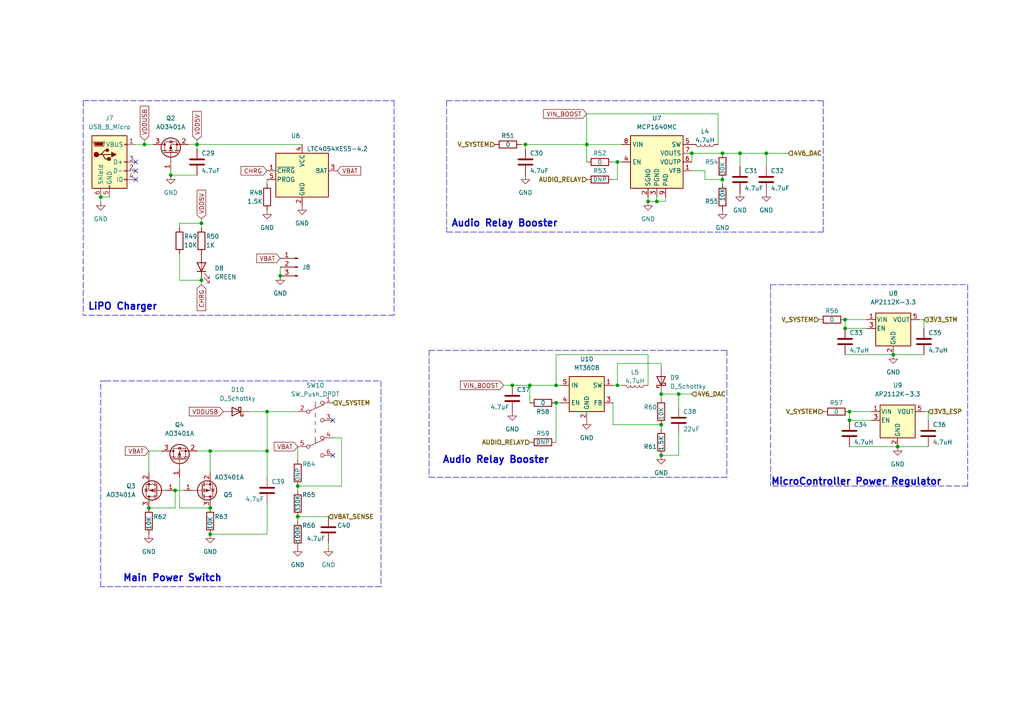
<source format=kicad_sch>
(kicad_sch (version 20211123) (generator eeschema)
  (paper "A4")
  (title_block (title "Power Regulators") (date "2023-02-02") (rev "P3 v2"))
  (lib_symbols
    (symbol "Battery_Management:LTC4054XES5-4.2" (pin_names (offset 0.254))
      (property "Reference" "U" (at -5.842 6.604 0))
      (property "Value" "LTC4054XES5-4.2" (at 1.524 6.604 0))
      (symbol "LTC4054XES5-4.2_0_1"
        (rectangle (start -7.62 5.08) (end 7.62 -7.62) (stroke (width 0.254)) (fill (type background)))
      )
      (symbol "LTC4054XES5-4.2_1_1"
        (pin open_collector line (at -10.16 0 0) (length 2.54) (name "~{CHRG}") (number "1"))
        (pin power_in line (at 0 -10.16 90) (length 2.54) (name "GND") (number "2"))
        (pin power_out line (at 10.16 0 180) (length 2.54) (name "BAT") (number "3"))
        (pin power_in line (at 0 7.62 270) (length 2.54) (name "VCC") (number "4"))
        (pin bidirectional line (at -10.16 -2.54 0) (length 2.54) (name "PROG") (number "5"))
      )
    )
    (symbol "Connector:Conn_01x03_Male" (pin_names (offset 1.016) hide)
      (property "Reference" "J" (at 0 5.08 0))
      (property "Value" "Conn_01x03_Male" (at 0 -5.08 0))
      (symbol "Conn_01x03_Male_1_1"
        (polyline (pts (xy 1.27 -2.54) (xy 0.8636 -2.54)) (stroke (width 0.1524)))
        (polyline (pts (xy 1.27 0) (xy 0.8636 0)) (stroke (width 0.1524)))
        (polyline (pts (xy 1.27 2.54) (xy 0.8636 2.54)) (stroke (width 0.1524)))
        (rectangle (start 0.8636 -2.413) (end 0 -2.667) (stroke (width 0.1524)) (fill (type outline)))
        (rectangle (start 0.8636 0.127) (end 0 -0.127) (stroke (width 0.1524)) (fill (type outline)))
        (rectangle (start 0.8636 2.667) (end 0 2.413) (stroke (width 0.1524)) (fill (type outline)))
        (pin passive line (at 5.08 2.54 180) (length 3.81) (name "Pin_1") (number "1"))
        (pin passive line (at 5.08 0 180) (length 3.81) (name "Pin_2") (number "2"))
        (pin passive line (at 5.08 -2.54 180) (length 3.81) (name "Pin_3") (number "3"))
      )
    )
    (symbol "Connector:USB_B_Micro" (pin_names (offset 1.016))
      (property "Reference" "J" (at -5.08 11.43 0))
      (property "Value" "USB_B_Micro" (at -5.08 8.89 0))
      (symbol "USB_B_Micro_0_1"
        (rectangle (start -5.08 -7.62) (end 5.08 7.62) (stroke (width 0.254)) (fill (type background)))
        (circle (center -3.81 2.159) (radius 0.635) (stroke (width 0.254)) (fill (type outline)))
        (circle (center -0.635 3.429) (radius 0.381) (stroke (width 0.254)) (fill (type outline)))
        (rectangle (start -0.127 -7.62) (end 0.127 -6.858))
        (polyline (pts (xy -1.905 2.159) (xy 0.635 2.159)) (stroke (width 0.254)))
        (polyline (pts (xy -3.175 2.159) (xy -2.54 2.159) (xy -1.27 3.429) (xy -0.635 3.429)) (stroke (width 0.254)))
        (polyline (pts (xy -2.54 2.159) (xy -1.905 2.159) (xy -1.27 0.889) (xy 0 0.889)) (stroke (width 0.254)))
        (polyline (pts (xy 0.635 2.794) (xy 0.635 1.524) (xy 1.905 2.159) (xy 0.635 2.794)) (stroke (width 0.254)) (fill (type outline)))
        (polyline (pts (xy -4.318 5.588) (xy -1.778 5.588) (xy -2.032 4.826) (xy -4.064 4.826) (xy -4.318 5.588)) (fill (type outline)))
        (polyline (pts (xy -4.699 5.842) (xy -4.699 5.588) (xy -4.445 4.826) (xy -4.445 4.572) (xy -1.651 4.572) (xy -1.651 4.826) (xy -1.397 5.588) (xy -1.397 5.842) (xy -4.699 5.842)))
        (rectangle (start 0.254 1.27) (end -0.508 0.508) (stroke (width 0.254)) (fill (type outline)))
        (rectangle (start 5.08 -5.207) (end 4.318 -4.953))
        (rectangle (start 5.08 -2.667) (end 4.318 -2.413))
        (rectangle (start 5.08 -0.127) (end 4.318 0.127))
        (rectangle (start 5.08 4.953) (end 4.318 5.207))
      )
      (symbol "USB_B_Micro_1_1"
        (pin power_out line (at 7.62 5.08 180) (length 2.54) (name "VBUS") (number "1"))
        (pin bidirectional line (at 7.62 -2.54 180) (length 2.54) (name "D-") (number "2"))
        (pin bidirectional line (at 7.62 0 180) (length 2.54) (name "D+") (number "3"))
        (pin passive line (at 7.62 -5.08 180) (length 2.54) (name "ID") (number "4"))
        (pin power_out line (at 0 -10.16 90) (length 2.54) (name "GND") (number "5"))
        (pin passive line (at -2.54 -10.16 90) (length 2.54) (name "Shield") (number "6"))
      )
    )
    (symbol "Device:C" (pin_numbers hide) (pin_names (offset 0.254))
      (property "Reference" "C" (at 0.635 2.54 0))
      (property "Value" "C" (at 0.635 -2.54 0))
      (symbol "C_0_1"
        (polyline (pts (xy -2.032 -0.762) (xy 2.032 -0.762)) (stroke (width 0.508)))
        (polyline (pts (xy -2.032 0.762) (xy 2.032 0.762)) (stroke (width 0.508)))
      )
      (symbol "C_1_1"
        (pin passive line (at 0 3.81 270) (length 2.794) (name "~") (number "1"))
        (pin passive line (at 0 -3.81 90) (length 2.794) (name "~") (number "2"))
      )
    )
    (symbol "Device:D_Schottky" (pin_numbers hide) (pin_names (offset 1.016) hide)
      (property "Reference" "D" (at 0 2.54 0))
      (property "Value" "D_Schottky" (at 0 -2.54 0))
      (symbol "D_Schottky_0_1"
        (polyline (pts (xy 1.27 0) (xy -1.27 0)))
        (polyline (pts (xy 1.27 1.27) (xy 1.27 -1.27) (xy -1.27 0) (xy 1.27 1.27)) (stroke (width 0.254)))
        (polyline (pts (xy -1.905 0.635) (xy -1.905 1.27) (xy -1.27 1.27) (xy -1.27 -1.27) (xy -0.635 -1.27) (xy -0.635 -0.635)) (stroke (width 0.254)))
      )
      (symbol "D_Schottky_1_1"
        (pin passive line (at -3.81 0 0) (length 2.54) (name "K") (number "1"))
        (pin passive line (at 3.81 0 180) (length 2.54) (name "A") (number "2"))
      )
    )
    (symbol "Device:L" (pin_numbers hide) (pin_names (offset 1.016) hide)
      (property "Reference" "L" (at -1.27 0 90))
      (property "Value" "L" (at 1.905 0 90))
      (symbol "L_0_1"
        (arc (start 0 -2.54) (mid 0.635 -1.905) (end 0 -1.27))
        (arc (start 0 -1.27) (mid 0.635 -0.635) (end 0 0))
        (arc (start 0 0) (mid 0.635 0.635) (end 0 1.27))
        (arc (start 0 1.27) (mid 0.635 1.905) (end 0 2.54))
      )
      (symbol "L_1_1"
        (pin passive line (at 0 3.81 270) (length 1.27) (name "1") (number "1"))
        (pin passive line (at 0 -3.81 90) (length 1.27) (name "2") (number "2"))
      )
    )
    (symbol "Device:LED" (pin_numbers hide) (pin_names (offset 1.016) hide)
      (property "Reference" "D" (at 0 2.54 0))
      (property "Value" "LED" (at 0 -2.54 0))
      (symbol "LED_0_1"
        (polyline (pts (xy -1.27 -1.27) (xy -1.27 1.27)) (stroke (width 0.254)))
        (polyline (pts (xy -1.27 0) (xy 1.27 0)))
        (polyline (pts (xy 1.27 -1.27) (xy 1.27 1.27) (xy -1.27 0) (xy 1.27 -1.27)) (stroke (width 0.254)))
        (polyline (pts (xy -3.048 -0.762) (xy -4.572 -2.286) (xy -3.81 -2.286) (xy -4.572 -2.286) (xy -4.572 -1.524)))
        (polyline (pts (xy -1.778 -0.762) (xy -3.302 -2.286) (xy -2.54 -2.286) (xy -3.302 -2.286) (xy -3.302 -1.524)))
      )
      (symbol "LED_1_1"
        (pin passive line (at -3.81 0 0) (length 2.54) (name "K") (number "1"))
        (pin passive line (at 3.81 0 180) (length 2.54) (name "A") (number "2"))
      )
    )
    (symbol "Device:R" (pin_numbers hide) (pin_names (offset 0))
      (property "Reference" "R" (at 2.032 0 90))
      (property "Value" "R" (at 0 0 90))
      (symbol "R_0_1"
        (rectangle (start -1.016 -2.54) (end 1.016 2.54) (stroke (width 0.254)))
      )
      (symbol "R_1_1"
        (pin passive line (at 0 3.81 270) (length 1.27) (name "~") (number "1"))
        (pin passive line (at 0 -3.81 90) (length 1.27) (name "~") (number "2"))
      )
    )
    (symbol "Regulator_Linear:AP2112K-3.3" (pin_names (offset 0.254))
      (property "Reference" "U" (at -5.08 5.715 0))
      (property "Value" "AP2112K-3.3" (at 0 5.715 0))
      (symbol "AP2112K-3.3_0_1"
        (rectangle (start -5.08 4.445) (end 5.08 -5.08) (stroke (width 0.254)) (fill (type background)))
      )
      (symbol "AP2112K-3.3_1_1"
        (pin power_in line (at -7.62 2.54 0) (length 2.54) (name "VIN") (number "1"))
        (pin power_in line (at 0 -7.62 90) (length 2.54) (name "GND") (number "2"))
        (pin input line (at -7.62 0 0) (length 2.54) (name "EN") (number "3"))
        (pin no_connect line (at 5.08 0 180) (length 2.54) hide (name "NC") (number "4"))
        (pin power_out line (at 7.62 2.54 180) (length 2.54) (name "VOUT") (number "5"))
      )
    )
    (symbol "Regulator_Switching:MCP1640MC"
      (property "Reference" "U" (at -7.62 6.35 0))
      (property "Value" "MCP1640MC" (at -1.27 6.35 0))
      (symbol "MCP1640MC_0_1"
        (rectangle (start -7.62 5.08) (end 7.62 -10.16) (stroke (width 0.254)) (fill (type background)))
      )
      (symbol "MCP1640MC_1_1"
        (pin input line (at 10.16 -5.08 180) (length 2.54) (name "VFB") (number "1"))
        (pin power_in line (at -2.54 -12.7 90) (length 2.54) (name "SGND") (number "2"))
        (pin power_in line (at 0 -12.7 90) (length 2.54) (name "PGND") (number "3"))
        (pin input line (at -10.16 -2.54 0) (length 2.54) (name "EN") (number "4"))
        (pin input line (at 10.16 2.54 180) (length 2.54) (name "SW") (number "5"))
        (pin power_out line (at 10.16 -2.54 180) (length 2.54) (name "VOUTP") (number "6"))
        (pin power_out line (at 10.16 0 180) (length 2.54) (name "VOUTS") (number "7"))
        (pin power_in line (at -10.16 2.54 0) (length 2.54) (name "VIN") (number "8"))
        (pin passive line (at 2.54 -12.7 90) (length 2.54) (name "PAD") (number "9"))
      )
    )
    (symbol "Regulator_Switching:MT3608"
      (property "Reference" "U" (at -2.54 8.89 0))
      (property "Value" "MT3608" (at -3.81 6.35 0))
      (symbol "MT3608_0_1"
        (rectangle (start -5.08 5.08) (end 5.08 -5.08) (stroke (width 0.254)) (fill (type background)))
      )
      (symbol "MT3608_1_1"
        (pin passive line (at 7.62 2.54 180) (length 2.54) (name "SW") (number "1"))
        (pin power_in line (at 0 -7.62 90) (length 2.54) (name "GND") (number "2"))
        (pin input line (at 7.62 -2.54 180) (length 2.54) (name "FB") (number "3"))
        (pin input line (at -7.62 -2.54 0) (length 2.54) (name "EN") (number "4"))
        (pin power_in line (at -7.62 2.54 0) (length 2.54) (name "IN") (number "5"))
        (pin no_connect line (at 5.08 0 180) (length 2.54) hide (name "NC") (number "6"))
      )
    )
    (symbol "Switch:SW_Push_DPDT" (pin_names (offset 0) hide)
      (property "Reference" "SW" (at 0 8.89 0))
      (property "Value" "SW_Push_DPDT" (at 0 -10.16 0))
      (symbol "SW_Push_DPDT_0_0"
        (circle (center -2.032 -5.08) (radius 0.508))
        (circle (center -2.032 5.08) (radius 0.508))
        (circle (center 2.032 -7.62) (radius 0.508))
        (circle (center 2.032 2.54) (radius 0.508))
      )
      (symbol "SW_Push_DPDT_0_1"
        (polyline (pts (xy -1.524 -4.826) (xy 2.54 -3.048)))
        (polyline (pts (xy -1.524 5.334) (xy 2.54 7.112)))
        (polyline (pts (xy 0 -2.286) (xy 0 -4.064)))
        (polyline (pts (xy 0 -1.016) (xy 0 0)))
        (polyline (pts (xy 0 1.27) (xy 0 2.286)))
        (polyline (pts (xy 0 3.556) (xy 0 4.572)))
        (polyline (pts (xy 0 7.874) (xy 0 6.096)))
        (circle (center 2.032 -2.54) (radius 0.508))
        (circle (center 2.032 7.62) (radius 0.508))
      )
      (symbol "SW_Push_DPDT_1_1"
        (pin passive line (at 5.08 7.62 180) (length 2.54) (name "A") (number "1"))
        (pin passive line (at -5.08 5.08 0) (length 2.54) (name "B") (number "2"))
        (pin passive line (at 5.08 2.54 180) (length 2.54) (name "C") (number "3"))
        (pin passive line (at 5.08 -2.54 180) (length 2.54) (name "A") (number "4"))
        (pin passive line (at -5.08 -5.08 0) (length 2.54) (name "B") (number "5"))
        (pin passive line (at 5.08 -7.62 180) (length 2.54) (name "C") (number "6"))
      )
    )
    (symbol "Transistor_FET:AO3401A" (pin_names hide)
      (property "Reference" "Q" (at 5.08 1.905 0))
      (property "Value" "AO3401A" (at 5.08 0 0))
      (symbol "AO3401A_0_1"
        (polyline (pts (xy 0.254 0) (xy -2.54 0)))
        (polyline (pts (xy 0.254 1.905) (xy 0.254 -1.905)) (stroke (width 0.254)))
        (polyline (pts (xy 0.762 -1.27) (xy 0.762 -2.286)) (stroke (width 0.254)))
        (polyline (pts (xy 0.762 0.508) (xy 0.762 -0.508)) (stroke (width 0.254)))
        (polyline (pts (xy 0.762 2.286) (xy 0.762 1.27)) (stroke (width 0.254)))
        (polyline (pts (xy 2.54 2.54) (xy 2.54 1.778)))
        (polyline (pts (xy 2.54 -2.54) (xy 2.54 0) (xy 0.762 0)))
        (polyline (pts (xy 0.762 1.778) (xy 3.302 1.778) (xy 3.302 -1.778) (xy 0.762 -1.778)))
        (polyline (pts (xy 2.286 0) (xy 1.27 0.381) (xy 1.27 -0.381) (xy 2.286 0)) (fill (type outline)))
        (polyline (pts (xy 2.794 -0.508) (xy 2.921 -0.381) (xy 3.683 -0.381) (xy 3.81 -0.254)))
        (polyline (pts (xy 3.302 -0.381) (xy 2.921 0.254) (xy 3.683 0.254) (xy 3.302 -0.381)))
        (circle (center 1.651 0) (radius 2.794) (stroke (width 0.254)))
        (circle (center 2.54 -1.778) (radius 0.254) (fill (type outline)))
        (circle (center 2.54 1.778) (radius 0.254) (fill (type outline)))
      )
      (symbol "AO3401A_1_1"
        (pin input line (at -5.08 0 0) (length 2.54) (name "G") (number "1"))
        (pin passive line (at 2.54 -5.08 90) (length 2.54) (name "S") (number "2"))
        (pin passive line (at 2.54 5.08 270) (length 2.54) (name "D") (number "3"))
      )
    )
    (symbol "power:GND" (power) (pin_names (offset 0))
      (property "Value" "GND" (at 0 -3.81 0))
      (symbol "GND_0_1"
        (polyline (pts (xy 0 0) (xy 0 -1.27) (xy 1.27 -1.27) (xy 0 -2.54) (xy -1.27 -1.27) (xy 0 -1.27)))
      )
      (symbol "GND_1_1"
        (pin power_in line (at 0 0 270) (length 0) hide (name "GND") (number "1"))
      )
    )
  )
  (junction (at 170.18 41.91))
  (junction (at 50.8 142.24))
  (junction (at 200.66 44.45))
  (junction (at 259.08 102.87))
  (junction (at 245.11 92.71))
  (junction (at 246.38 119.38))
  (junction (at 196.85 114.3))
  (junction (at 58.42 81.28))
  (junction (at 245.11 95.25))
  (junction (at 148.59 111.76))
  (junction (at 77.47 119.38))
  (junction (at 58.42 64.77))
  (junction (at 246.38 121.92))
  (junction (at 209.55 52.07))
  (junction (at 29.21 57.15))
  (junction (at 60.96 130.81))
  (junction (at 60.96 154.94))
  (junction (at 86.36 149.86))
  (junction (at 49.53 50.8))
  (junction (at 86.36 140.97))
  (junction (at 191.77 114.3))
  (junction (at 41.91 41.91))
  (junction (at 222.25 44.45))
  (junction (at 209.55 44.45))
  (junction (at 43.18 147.32))
  (junction (at 191.77 123.19))
  (junction (at 60.96 147.32))
  (junction (at 161.29 111.76))
  (junction (at 260.35 129.54))
  (junction (at 179.07 46.99))
  (junction (at 77.47 130.81))
  (junction (at 187.96 58.42))
  (junction (at 191.77 132.08))
  (junction (at 179.07 111.76))
  (junction (at 214.63 44.45))
  (junction (at 152.4 41.91))
  (junction (at 153.67 111.76))
  (junction (at 57.15 41.91))
  (junction (at 161.29 116.84))
  (junction (at 81.28 80.01))
  (junction (at 190.5 58.42))
  (no_connect (at 39.37 46.99))
  (no_connect (at 39.37 52.07))
  (no_connect (at 39.37 49.53))
  (no_connect (at 96.52 132.08))
  (no_connect (at 96.52 121.92))
  (wire (pts (xy 77.47 154.94) (xy 60.96 154.94)))
  (polyline (pts (xy 24.13 29.21) (xy 114.3 29.21)))
  (wire (pts (xy 99.06 127) (xy 99.06 140.97)))
  (wire (pts (xy 57.15 50.8) (xy 49.53 50.8)))
  (wire (pts (xy 214.63 48.26) (xy 214.63 44.45)))
  (wire (pts (xy 77.47 146.05) (xy 77.47 154.94)))
  (polyline (pts (xy 114.3 29.21) (xy 114.3 91.44)))
  (wire (pts (xy 196.85 125.73) (xy 196.85 132.08)))
  (wire (pts (xy 96.52 127) (xy 99.06 127)))
  (wire (pts (xy 246.38 121.92) (xy 252.73 121.92)))
  (wire (pts (xy 196.85 114.3) (xy 200.66 114.3)))
  (wire (pts (xy 179.07 111.76) (xy 177.8 111.76)))
  (polyline (pts (xy 223.52 82.55) (xy 223.52 140.97)))
  (wire (pts (xy 177.8 52.07) (xy 179.07 52.07)))
  (wire (pts (xy 29.21 57.15) (xy 29.21 58.42)))
  (wire (pts (xy 52.07 81.28) (xy 58.42 81.28)))
  (wire (pts (xy 52.07 73.66) (xy 52.07 81.28)))
  (polyline (pts (xy 29.21 110.49) (xy 30.48 110.49)))
  (polyline (pts (xy 280.67 82.55) (xy 280.67 140.97)))
  (wire (pts (xy 179.07 46.99) (xy 180.34 46.99)))
  (wire (pts (xy 151.13 41.91) (xy 152.4 41.91)))
  (wire (pts (xy 86.36 149.86) (xy 95.25 149.86)))
  (wire (pts (xy 180.34 111.76) (xy 179.07 111.76)))
  (wire (pts (xy 259.08 102.87) (xy 267.97 102.87)))
  (wire (pts (xy 60.96 130.81) (xy 77.47 130.81)))
  (wire (pts (xy 245.11 95.25) (xy 245.11 92.71)))
  (polyline (pts (xy 210.82 101.6) (xy 210.82 138.43)))
  (polyline (pts (xy 223.52 82.55) (xy 280.67 82.55)))
  (wire (pts (xy 60.96 130.81) (xy 60.96 137.16)))
  (polyline (pts (xy 110.49 170.18) (xy 29.21 170.18)))
  (wire (pts (xy 52.07 66.04) (xy 52.07 64.77)))
  (wire (pts (xy 170.18 41.91) (xy 170.18 46.99)))
  (wire (pts (xy 77.47 130.81) (xy 77.47 138.43)))
  (wire (pts (xy 72.39 119.38) (xy 77.47 119.38)))
  (wire (pts (xy 58.42 63.5) (xy 58.42 64.77)))
  (wire (pts (xy 41.91 40.64) (xy 41.91 41.91)))
  (polyline (pts (xy 24.13 29.21) (xy 24.13 91.44)))
  (wire (pts (xy 245.11 102.87) (xy 259.08 102.87)))
  (wire (pts (xy 148.59 111.76) (xy 153.67 111.76)))
  (polyline (pts (xy 110.49 110.49) (xy 110.49 170.18)))
  (wire (pts (xy 49.53 50.8) (xy 49.53 49.53)))
  (wire (pts (xy 209.55 52.07) (xy 209.55 53.34)))
  (wire (pts (xy 58.42 81.28) (xy 58.42 82.55)))
  (polyline (pts (xy 210.82 138.43) (xy 124.46 138.43)))
  (wire (pts (xy 52.07 147.32) (xy 60.96 147.32)))
  (wire (pts (xy 58.42 64.77) (xy 58.42 66.04)))
  (polyline (pts (xy 280.67 140.97) (xy 223.52 140.97)))
  (wire (pts (xy 200.66 44.45) (xy 200.66 46.99)))
  (wire (pts (xy 179.07 52.07) (xy 179.07 46.99)))
  (polyline (pts (xy 114.3 91.44) (xy 24.13 91.44)))
  (wire (pts (xy 39.37 41.91) (xy 41.91 41.91)))
  (wire (pts (xy 153.67 111.76) (xy 153.67 116.84)))
  (wire (pts (xy 187.96 111.76) (xy 187.96 102.87)))
  (wire (pts (xy 208.28 33.02) (xy 170.18 33.02)))
  (wire (pts (xy 50.8 142.24) (xy 50.8 147.32)))
  (wire (pts (xy 222.25 44.45) (xy 222.25 48.26)))
  (wire (pts (xy 177.8 123.19) (xy 191.77 123.19)))
  (polyline (pts (xy 238.76 67.31) (xy 129.54 67.31)))
  (polyline (pts (xy 129.54 29.21) (xy 129.54 67.31)))
  (wire (pts (xy 246.38 121.92) (xy 246.38 119.38)))
  (wire (pts (xy 81.28 77.47) (xy 81.28 80.01)))
  (wire (pts (xy 57.15 40.64) (xy 57.15 41.91)))
  (wire (pts (xy 77.47 119.38) (xy 77.47 130.81)))
  (wire (pts (xy 86.36 140.97) (xy 86.36 142.24)))
  (wire (pts (xy 245.11 95.25) (xy 251.46 95.25)))
  (polyline (pts (xy 124.46 101.6) (xy 124.46 138.43)))
  (wire (pts (xy 161.29 116.84) (xy 162.56 116.84)))
  (wire (pts (xy 52.07 64.77) (xy 58.42 64.77)))
  (wire (pts (xy 193.04 57.15) (xy 193.04 58.42)))
  (wire (pts (xy 177.8 116.84) (xy 177.8 123.19)))
  (wire (pts (xy 152.4 41.91) (xy 170.18 41.91)))
  (wire (pts (xy 52.07 138.43) (xy 52.07 147.32)))
  (polyline (pts (xy 238.76 29.21) (xy 238.76 67.31)))
  (wire (pts (xy 209.55 44.45) (xy 214.63 44.45)))
  (wire (pts (xy 180.34 41.91) (xy 170.18 41.91)))
  (wire (pts (xy 170.18 33.02) (xy 170.18 41.91)))
  (wire (pts (xy 187.96 58.42) (xy 190.5 58.42)))
  (wire (pts (xy 246.38 129.54) (xy 260.35 129.54)))
  (wire (pts (xy 29.21 57.15) (xy 31.75 57.15)))
  (wire (pts (xy 57.15 41.91) (xy 57.15 43.18)))
  (wire (pts (xy 43.18 137.16) (xy 43.18 130.81)))
  (wire (pts (xy 191.77 123.19) (xy 191.77 124.46)))
  (wire (pts (xy 204.47 49.53) (xy 204.47 52.07)))
  (wire (pts (xy 190.5 57.15) (xy 190.5 58.42)))
  (polyline (pts (xy 129.54 29.21) (xy 238.76 29.21)))
  (wire (pts (xy 260.35 129.54) (xy 269.24 129.54)))
  (wire (pts (xy 161.29 102.87) (xy 161.29 111.76)))
  (wire (pts (xy 152.4 41.91) (xy 152.4 43.18)))
  (wire (pts (xy 161.29 116.84) (xy 161.29 128.27)))
  (wire (pts (xy 99.06 140.97) (xy 86.36 140.97)))
  (wire (pts (xy 200.66 49.53) (xy 204.47 49.53)))
  (wire (pts (xy 50.8 142.24) (xy 53.34 142.24)))
  (wire (pts (xy 246.38 119.38) (xy 252.73 119.38)))
  (wire (pts (xy 200.66 44.45) (xy 209.55 44.45)))
  (polyline (pts (xy 30.48 110.49) (xy 110.49 110.49)))
  (polyline (pts (xy 124.46 101.6) (xy 210.82 101.6)))
  (wire (pts (xy 95.25 158.75) (xy 95.25 157.48)))
  (wire (pts (xy 191.77 115.57) (xy 191.77 114.3)))
  (wire (pts (xy 267.97 92.71) (xy 266.7 92.71)))
  (wire (pts (xy 43.18 130.81) (xy 46.99 130.81)))
  (wire (pts (xy 267.97 92.71) (xy 267.97 95.25)))
  (wire (pts (xy 191.77 105.41) (xy 191.77 106.68)))
  (wire (pts (xy 146.05 111.76) (xy 148.59 111.76)))
  (wire (pts (xy 54.61 41.91) (xy 57.15 41.91)))
  (wire (pts (xy 222.25 44.45) (xy 228.6 44.45)))
  (wire (pts (xy 179.07 105.41) (xy 191.77 105.41)))
  (wire (pts (xy 57.15 41.91) (xy 87.63 41.91)))
  (wire (pts (xy 153.67 111.76) (xy 161.29 111.76)))
  (polyline (pts (xy 29.21 170.18) (xy 29.21 110.49)))
  (wire (pts (xy 269.24 119.38) (xy 267.97 119.38)))
  (wire (pts (xy 187.96 57.15) (xy 187.96 58.42)))
  (wire (pts (xy 214.63 44.45) (xy 222.25 44.45)))
  (wire (pts (xy 193.04 58.42) (xy 190.5 58.42)))
  (wire (pts (xy 196.85 132.08) (xy 191.77 132.08)))
  (wire (pts (xy 86.36 149.86) (xy 86.36 151.13)))
  (wire (pts (xy 187.96 102.87) (xy 161.29 102.87)))
  (wire (pts (xy 245.11 92.71) (xy 251.46 92.71)))
  (wire (pts (xy 177.8 46.99) (xy 179.07 46.99)))
  (wire (pts (xy 77.47 119.38) (xy 86.36 119.38)))
  (wire (pts (xy 50.8 147.32) (xy 43.18 147.32)))
  (wire (pts (xy 179.07 111.76) (xy 179.07 105.41)))
  (wire (pts (xy 208.28 41.91) (xy 208.28 33.02)))
  (wire (pts (xy 196.85 114.3) (xy 196.85 118.11)))
  (wire (pts (xy 41.91 41.91) (xy 44.45 41.91)))
  (wire (pts (xy 161.29 111.76) (xy 162.56 111.76)))
  (wire (pts (xy 204.47 52.07) (xy 209.55 52.07)))
  (wire (pts (xy 191.77 114.3) (xy 196.85 114.3)))
  (wire (pts (xy 77.47 52.07) (xy 77.47 53.34)))
  (wire (pts (xy 57.15 130.81) (xy 60.96 130.81)))
  (wire (pts (xy 269.24 119.38) (xy 269.24 121.92)))
  (wire (pts (xy 86.36 129.54) (xy 86.36 133.35)))
  (text "Main Power Switch" (at 35.56 168.91 0) (effects (font (size 2 2) bold) (justify left bottom)))
  (text "Audio Relay Booster\n" (at 130.81 66.04 0) (effects (font (size 2 2) bold) (justify left bottom)))
  (text "Audio Relay Booster\n" (at 128.27 134.62 0) (effects (font (size 2 2) bold) (justify left bottom)))
  (text "MicroController Power Regulator" (at 223.52 140.97 0) (effects (font (size 2 2) bold) (justify left bottom)))
  (text "LiPO Charger\n" (at 25.4 90.17 0) (effects (font (size 2 2) bold) (justify left bottom)))
  (global_label "VIN_BOOST" (shape input) (at 170.18 33.02 180) (property "Intersheet References" "${INTERSHEET_REFS}" (effects hide)))
  (global_label "CHRG" (shape input) (at 58.42 82.55 270) (property "Intersheet References" "${INTERSHEET_REFS}" (effects hide)))
  (global_label "VDD5V" (shape input) (at 57.15 40.64 90) (property "Intersheet References" "${INTERSHEET_REFS}" (effects hide)))
  (global_label "VDD5V" (shape input) (at 58.42 63.5 90) (property "Intersheet References" "${INTERSHEET_REFS}" (effects hide)))
  (global_label "VDDUSB" (shape input) (at 41.91 40.64 90) (property "Intersheet References" "${INTERSHEET_REFS}" (effects hide)))
  (global_label "VBAT" (shape input) (at 81.28 74.93 180) (property "Intersheet References" "${INTERSHEET_REFS}" (effects hide)))
  (global_label "VBAT" (shape input) (at 86.36 129.54 180) (property "Intersheet References" "${INTERSHEET_REFS}" (effects hide)))
  (global_label "VBAT" (shape input) (at 43.18 130.81 180) (property "Intersheet References" "${INTERSHEET_REFS}" (effects hide)))
  (global_label "VBAT" (shape input) (at 97.79 49.53 0) (property "Intersheet References" "${INTERSHEET_REFS}" (effects hide)))
  (global_label "CHRG" (shape input) (at 77.47 49.53 180) (property "Intersheet References" "${INTERSHEET_REFS}" (effects hide)))
  (global_label "VIN_BOOST" (shape input) (at 146.05 111.76 180) (property "Intersheet References" "${INTERSHEET_REFS}" (effects hide)))
  (global_label "VDDUSB" (shape input) (at 64.77 119.38 180) (property "Intersheet References" "${INTERSHEET_REFS}" (effects hide)))
  (hierarchical_label "VBAT_SENSE" (shape input) (at 95.25 149.86 0) (effects (font bold)))
  (hierarchical_label "4V6_DAC" (shape input) (at 228.6 44.45 0) (effects (font bold)))
  (hierarchical_label "3V3_STM" (shape input) (at 267.97 92.71 0) (effects (font bold)))
  (hierarchical_label "AUDIO_RELAY" (shape input) (at 170.18 52.07 180) (effects (font bold)))
  (hierarchical_label "V_SYSTEM" (shape input) (at 237.49 92.71 180) (effects (font bold)))
  (hierarchical_label "AUDIO_RELAY" (shape input) (at 153.67 128.27 180) (effects (font bold)))
  (hierarchical_label "V_SYSTEM" (shape input) (at 143.51 41.91 180) (effects (font bold)))
  (hierarchical_label "3V3_ESP" (shape input) (at 269.24 119.38 0) (effects (font bold)))
  (hierarchical_label "V_SYSTEM" (shape input) (at 238.76 119.38 180) (effects (font bold)))
  (hierarchical_label "V_SYSTEM" (shape input) (at 96.52 116.84 0) (effects (font bold)))
  (hierarchical_label "4V6_DAC" (shape input) (at 200.66 114.3 0) (effects (font bold)))
  (symbol (lib_id "Device:R") (at 86.36 146.05 0) (unit 1)
    (property "Reference" "R65" (at 87.63 143.51 0) (effects (justify left)))
    (property "Value" "330K" (at 86.36 148.59 90) (effects (justify left)))
  )
  (symbol (lib_id "power:GND") (at 86.36 158.75 0) (unit 1)
    (property "Reference" "#PWR0102" (effects hide))
    (property "Value" "GND" (at 86.36 163.83 0))
  )
  (symbol (lib_id "Device:C") (at 95.25 153.67 0) (unit 1)
    (property "Reference" "C40" (at 97.79 152.4 0) (effects (justify left)))
    (property "Value" "4.7uF" (at 88.9 156.21 0) (effects (justify left)))
  )
  (symbol (lib_id "Device:C") (at 77.47 142.24 0) (unit 1)
    (property "Reference" "C39" (at 78.74 139.7 0) (effects (justify left)))
    (property "Value" "4.7uF" (at 71.12 144.78 0) (effects (justify left)))
  )
  (symbol (lib_id "Device:C") (at 152.4 46.99 0) (unit 1)
    (property "Reference" "C30" (at 153.67 44.45 0) (effects (justify left)))
    (property "Value" "4.7uF" (at 153.67 49.53 0) (effects (justify left)))
  )
  (symbol (lib_id "power:GND") (at 214.63 55.88 0) (unit 1)
    (property "Reference" "#PWR049" (effects hide))
    (property "Value" "GND" (at 214.63 60.96 0))
  )
  (symbol (lib_id "power:GND") (at 260.35 129.54 0) (unit 1)
    (property "Reference" "#PWR052" (effects hide))
    (property "Value" "GND" (at 260.35 134.62 0))
  )
  (symbol (lib_id "Regulator_Linear:AP2112K-3.3") (at 259.08 95.25 0) (unit 1)
    (property "Reference" "U8" (at 259.08 85.09 0))
    (property "Value" "AP2112K-3.3" (at 259.08 87.63 0))
    (property "Footprint" "Package_TO_SOT_SMD:SOT-23-5" (effects hide))
    (property "Datasheet" "https://www.diodes.com/assets/Datasheets/AP2112.pdf" (effects hide))
  )
  (symbol (lib_id "Device:R") (at 191.77 119.38 0) (unit 1)
    (property "Reference" "R60" (at 186.69 118.11 0) (effects (justify left)))
    (property "Value" "10K" (at 191.77 121.92 90) (effects (justify left)))
  )
  (symbol (lib_id "Device:C") (at 148.59 115.57 0) (unit 1)
    (property "Reference" "C37" (at 149.86 113.03 0) (effects (justify left)))
    (property "Value" "4.7uF" (at 142.24 118.11 0) (effects (justify left)))
  )
  (symbol (lib_id "Device:C") (at 246.38 125.73 0) (unit 1)
    (property "Reference" "C34" (at 247.65 123.19 0) (effects (justify left)))
    (property "Value" "4.7uH" (at 247.65 128.27 0) (effects (justify left)))
  )
  (symbol (lib_id "Device:R") (at 58.42 69.85 0) (unit 1)
    (property "Reference" "R50" (at 59.69 68.58 0) (effects (justify left)))
    (property "Value" "1K" (at 59.69 71.12 0) (effects (justify left)))
  )
  (symbol (lib_id "power:GND") (at 87.63 59.69 0) (mirror y) (unit 1)
    (property "Reference" "#PWR044" (effects hide))
    (property "Value" "GND" (at 87.63 64.77 0))
  )
  (symbol (lib_id "Device:R") (at 157.48 128.27 90) (unit 1)
    (property "Reference" "R59" (at 157.48 125.73 90))
    (property "Value" "DNP" (at 157.48 128.27 90))
  )
  (symbol (lib_id "Battery_Management:LTC4054XES5-4.2") (at 87.63 49.53 0) (unit 1)
    (property "Reference" "U6" (at 87.1094 39.37 0) (effects (justify right)))
    (property "Value" "LTC4054XES5-4.2" (at 106.68 43.18 0) (effects (justify right)))
    (property "Footprint" "Package_TO_SOT_SMD:TSOT-23-5" (effects hide))
    (property "Datasheet" "https://www.analog.com/media/en/technical-documentation/data-sheets/405442xf.pdf" (effects hide))
  )
  (symbol (lib_id "power:GND") (at 81.28 80.01 0) (unit 1)
    (property "Reference" "#PWR045" (effects hide))
    (property "Value" "GND" (at 81.28 85.09 0))
  )
  (symbol (lib_id "Device:R") (at 209.55 48.26 0) (unit 1)
    (property "Reference" "R54" (at 204.47 46.99 0) (effects (justify left)))
    (property "Value" "30K" (at 209.55 50.8 90) (effects (justify left)))
  )
  (symbol (lib_id "Device:R") (at 209.55 57.15 0) (unit 1)
    (property "Reference" "R55" (at 204.47 58.42 0) (effects (justify left)))
    (property "Value" "10K" (at 209.55 58.42 90) (effects (justify left)))
  )
  (symbol (lib_id "Device:C") (at 269.24 125.73 0) (unit 1)
    (property "Reference" "C36" (at 270.51 123.19 0) (effects (justify left)))
    (property "Value" "4.7uH" (at 270.51 128.27 0) (effects (justify left)))
  )
  (symbol (lib_id "power:GND") (at 191.77 132.08 0) (unit 1)
    (property "Reference" "#PWR054" (effects hide))
    (property "Value" "GND" (at 191.77 137.16 0))
  )
  (symbol (lib_id "Device:C") (at 214.63 52.07 0) (unit 1)
    (property "Reference" "C31" (at 215.9 49.53 0) (effects (justify left)))
    (property "Value" "4.7uF" (at 215.9 54.61 0) (effects (justify left)))
  )
  (symbol (lib_id "Device:R") (at 52.07 69.85 0) (unit 1)
    (property "Reference" "R49" (at 53.34 68.58 0) (effects (justify left)))
    (property "Value" "10K" (at 53.34 71.12 0) (effects (justify left)))
  )
  (symbol (lib_id "Transistor_FET:AO3401A") (at 58.42 142.24 0) (mirror x) (unit 1)
    (property "Reference" "Q5" (at 64.77 143.5101 0) (effects (justify left)))
    (property "Value" "AO3401A" (at 62.23 138.43 0) (effects (justify left)))
    (property "Footprint" "Package_TO_SOT_SMD:SOT-23" (effects hide))
    (property "Datasheet" "http://www.aosmd.com/pdfs/datasheet/AO3401A.pdf" (effects hide))
  )
  (symbol (lib_id "Device:R") (at 147.32 41.91 90) (unit 1)
    (property "Reference" "R51" (at 147.32 39.37 90))
    (property "Value" "0" (at 147.32 41.91 90))
  )
  (symbol (lib_id "power:GND") (at 95.25 158.75 0) (unit 1)
    (property "Reference" "#PWR0101" (effects hide))
    (property "Value" "GND" (at 95.25 163.83 0))
  )
  (symbol (lib_id "power:GND") (at 170.18 121.92 0) (unit 1)
    (property "Reference" "#PWR0103" (effects hide))
    (property "Value" "GND" (at 170.18 127 0))
  )
  (symbol (lib_id "power:GND") (at 29.21 58.42 0) (unit 1)
    (property "Reference" "#PWR041" (effects hide))
    (property "Value" "GND" (at 29.21 63.5 0))
  )
  (symbol (lib_id "Device:R") (at 173.99 46.99 90) (unit 1)
    (property "Reference" "R52" (at 173.99 44.45 90))
    (property "Value" "0" (at 173.99 46.99 90))
  )
  (symbol (lib_id "Regulator_Linear:AP2112K-3.3") (at 260.35 121.92 0) (unit 1)
    (property "Reference" "U9" (at 260.35 111.76 0))
    (property "Value" "AP2112K-3.3" (at 260.35 114.3 0))
    (property "Footprint" "Package_TO_SOT_SMD:SOT-23-5" (effects hide))
    (property "Datasheet" "https://www.diodes.com/assets/Datasheets/AP2112.pdf" (effects hide))
  )
  (symbol (lib_id "Device:R") (at 86.36 154.94 0) (unit 1)
    (property "Reference" "R66" (at 87.63 152.4 0) (effects (justify left)))
    (property "Value" "100K" (at 86.36 157.48 90) (effects (justify left)))
  )
  (symbol (lib_id "Device:C") (at 196.85 121.92 0) (unit 1)
    (property "Reference" "C38" (at 198.12 119.38 0) (effects (justify left)))
    (property "Value" "22uF" (at 198.12 124.46 0) (effects (justify left)))
  )
  (symbol (lib_id "Transistor_FET:AO3401A") (at 45.72 142.24 180) (unit 1)
    (property "Reference" "Q3" (at 39.37 140.9699 0) (effects (justify left)))
    (property "Value" "AO3401A" (at 39.37 143.5099 0) (effects (justify left)))
    (property "Footprint" "Package_TO_SOT_SMD:SOT-23" (effects hide))
    (property "Datasheet" "http://www.aosmd.com/pdfs/datasheet/AO3401A.pdf" (effects hide))
  )
  (symbol (lib_id "power:GND") (at 43.18 154.94 0) (unit 1)
    (property "Reference" "#PWR055" (effects hide))
    (property "Value" "GND" (at 43.18 160.02 0))
  )
  (symbol (lib_id "Device:D_Schottky") (at 191.77 110.49 90) (unit 1)
    (property "Reference" "D9" (at 194.31 109.5374 90) (effects (justify right)))
    (property "Value" "D_Schottky" (at 194.31 112.0774 90) (effects (justify right)))
  )
  (symbol (lib_id "Device:D_Schottky") (at 68.58 119.38 180) (unit 1)
    (property "Reference" "D10" (at 68.8975 113.03 0))
    (property "Value" "D_Schottky" (at 68.8975 115.57 0))
  )
  (symbol (lib_id "Device:C") (at 57.15 46.99 0) (unit 1)
    (property "Reference" "C29" (at 58.42 44.45 0) (effects (justify left)))
    (property "Value" "4.7uF" (at 58.42 49.53 0) (effects (justify left)))
  )
  (symbol (lib_id "Transistor_FET:AO3401A") (at 49.53 44.45 90) (unit 1)
    (property "Reference" "Q2" (at 49.53 34.29 90))
    (property "Value" "AO3401A" (at 49.53 36.83 90))
    (property "Footprint" "Package_TO_SOT_SMD:SOT-23" (effects hide))
    (property "Datasheet" "http://www.aosmd.com/pdfs/datasheet/AO3401A.pdf" (effects hide))
  )
  (symbol (lib_id "power:GND") (at 60.96 154.94 0) (unit 1)
    (property "Reference" "#PWR056" (effects hide))
    (property "Value" "GND" (at 60.96 160.02 0))
  )
  (symbol (lib_id "Device:LED") (at 58.42 77.47 90) (unit 1)
    (property "Reference" "D8" (at 62.23 77.7874 90) (effects (justify right)))
    (property "Value" "GREEN" (at 62.23 80.3274 90) (effects (justify right)))
  )
  (symbol (lib_id "Device:L") (at 184.15 111.76 270) (unit 1)
    (property "Reference" "L5" (at 184.15 107.95 90))
    (property "Value" "4.7uH" (at 184.15 110.49 90))
  )
  (symbol (lib_id "power:GND") (at 49.53 50.8 0) (unit 1)
    (property "Reference" "#PWR042" (effects hide))
    (property "Value" "GND" (at 49.53 55.88 0))
  )
  (symbol (lib_id "Device:R") (at 86.36 137.16 0) (unit 1)
    (property "Reference" "R64" (at 87.63 134.62 0) (effects (justify left)))
    (property "Value" "DNP" (at 86.36 139.7 90) (effects (justify left)))
  )
  (symbol (lib_id "Connector:USB_B_Micro") (at 31.75 46.99 0) (unit 1)
    (property "Reference" "J7" (at 31.75 34.29 0))
    (property "Value" "USB_B_Micro" (at 31.75 36.83 0))
  )
  (symbol (lib_id "Device:R") (at 241.3 92.71 90) (unit 1)
    (property "Reference" "R56" (at 241.3 90.17 90))
    (property "Value" "0" (at 241.3 92.71 90))
  )
  (symbol (lib_id "Device:R") (at 191.77 128.27 0) (unit 1)
    (property "Reference" "R61" (at 186.69 129.54 0) (effects (justify left)))
    (property "Value" "1.5K" (at 191.77 130.81 90) (effects (justify left)))
  )
  (symbol (lib_id "Device:R") (at 60.96 151.13 0) (unit 1)
    (property "Reference" "R63" (at 62.23 149.86 0) (effects (justify left)))
    (property "Value" "10K" (at 60.96 153.67 90) (effects (justify left)))
  )
  (symbol (lib_id "power:GND") (at 77.47 60.96 0) (mirror y) (unit 1)
    (property "Reference" "#PWR043" (effects hide))
    (property "Value" "GND" (at 77.47 66.04 0))
  )
  (symbol (lib_id "power:GND") (at 222.25 55.88 0) (unit 1)
    (property "Reference" "#PWR050" (effects hide))
    (property "Value" "GND" (at 222.25 60.96 0))
  )
  (symbol (lib_id "power:GND") (at 259.08 102.87 0) (unit 1)
    (property "Reference" "#PWR051" (effects hide))
    (property "Value" "GND" (at 259.08 107.95 0))
  )
  (symbol (lib_id "Device:R") (at 43.18 151.13 0) (unit 1)
    (property "Reference" "R62" (at 44.45 149.86 0) (effects (justify left)))
    (property "Value" "10K" (at 43.18 153.67 90) (effects (justify left)))
  )
  (symbol (lib_id "Transistor_FET:AO3401A") (at 52.07 133.35 90) (unit 1)
    (property "Reference" "Q4" (at 52.07 123.19 90))
    (property "Value" "AO3401A" (at 52.07 125.73 90))
    (property "Footprint" "Package_TO_SOT_SMD:SOT-23" (effects hide))
    (property "Datasheet" "http://www.aosmd.com/pdfs/datasheet/AO3401A.pdf" (effects hide))
  )
  (symbol (lib_id "power:GND") (at 148.59 119.38 0) (unit 1)
    (property "Reference" "#PWR053" (effects hide))
    (property "Value" "GND" (at 148.59 124.46 0))
  )
  (symbol (lib_id "Regulator_Switching:MCP1640MC") (at 190.5 44.45 0) (unit 1)
    (property "Reference" "U7" (at 190.5 34.29 0))
    (property "Value" "MCP1640MC" (at 190.5 36.83 0))
    (property "Footprint" "Package_DFN_QFN:DFN-8-1EP_3x2mm_P0.5mm_EP1.75x1.45mm" (effects hide))
    (property "Datasheet" "http://ww1.microchip.com/downloads/en/DeviceDoc/20002234D.pdf" (effects hide))
  )
  (symbol (lib_id "Device:R") (at 173.99 52.07 90) (unit 1)
    (property "Reference" "R53" (at 173.99 49.53 90))
    (property "Value" "DNP" (at 173.99 52.07 90))
  )
  (symbol (lib_id "Regulator_Switching:MT3608") (at 170.18 114.3 0) (unit 1)
    (property "Reference" "U10" (at 170.18 104.14 0))
    (property "Value" "MT3608" (at 170.18 106.68 0))
    (property "Footprint" "Package_TO_SOT_SMD:SOT-23-6" (effects hide))
    (property "Datasheet" "https://www.olimex.com/Products/Breadboarding/BB-PWR-3608/resources/MT3608.pdf" (effects hide))
  )
  (symbol (lib_id "Device:R") (at 157.48 116.84 90) (unit 1)
    (property "Reference" "R58" (at 157.48 119.38 90))
    (property "Value" "0" (at 157.48 116.84 90))
  )
  (symbol (lib_id "Switch:SW_Push_DPDT") (at 91.44 124.46 0) (unit 1)
    (property "Reference" "SW10" (at 91.44 111.76 0))
    (property "Value" "SW_Push_DPDT" (at 91.44 114.3 0))
  )
  (symbol (lib_id "power:GND") (at 209.55 60.96 0) (unit 1)
    (property "Reference" "#PWR048" (effects hide))
    (property "Value" "GND" (at 209.55 66.04 0))
  )
  (symbol (lib_id "Device:R") (at 242.57 119.38 90) (unit 1)
    (property "Reference" "R57" (at 242.57 116.84 90))
    (property "Value" "0" (at 242.57 119.38 90))
  )
  (symbol (lib_id "Connector:Conn_01x03_Male") (at 86.36 77.47 0) (mirror y) (unit 1)
    (property "Reference" "J8" (at 87.63 77.4699 0) (effects (justify right)))
    (property "Value" "Conn_01x03_Male" (effects hide))
  )
  (symbol (lib_id "Device:R") (at 77.47 57.15 0) (mirror y) (unit 1)
    (property "Reference" "R48" (at 76.2 55.88 0) (effects (justify left)))
    (property "Value" "1.5K" (at 76.2 58.42 0) (effects (justify left)))
  )
  (symbol (lib_id "Device:C") (at 267.97 99.06 0) (unit 1)
    (property "Reference" "C35" (at 269.24 96.52 0) (effects (justify left)))
    (property "Value" "4.7uH" (at 269.24 101.6 0) (effects (justify left)))
  )
  (symbol (lib_id "Device:C") (at 245.11 99.06 0) (unit 1)
    (property "Reference" "C33" (at 246.38 96.52 0) (effects (justify left)))
    (property "Value" "4.7uH" (at 246.38 101.6 0) (effects (justify left)))
  )
  (symbol (lib_id "power:GND") (at 152.4 50.8 0) (unit 1)
    (property "Reference" "#PWR046" (effects hide))
    (property "Value" "GND" (at 152.4 55.88 0))
  )
  (symbol (lib_id "Device:C") (at 222.25 52.07 0) (unit 1)
    (property "Reference" "C32" (at 223.52 49.53 0) (effects (justify left)))
    (property "Value" "4.7uF" (at 223.52 54.61 0) (effects (justify left)))
  )
  (symbol (lib_id "Device:L") (at 204.47 41.91 270) (unit 1)
    (property "Reference" "L4" (at 204.47 38.1 90))
    (property "Value" "4.7uH" (at 204.47 40.64 90))
  )
  (symbol (lib_id "power:GND") (at 187.96 58.42 0) (unit 1)
    (property "Reference" "#PWR047" (effects hide))
    (property "Value" "GND" (at 187.96 63.5 0))
  )
)
</source>
